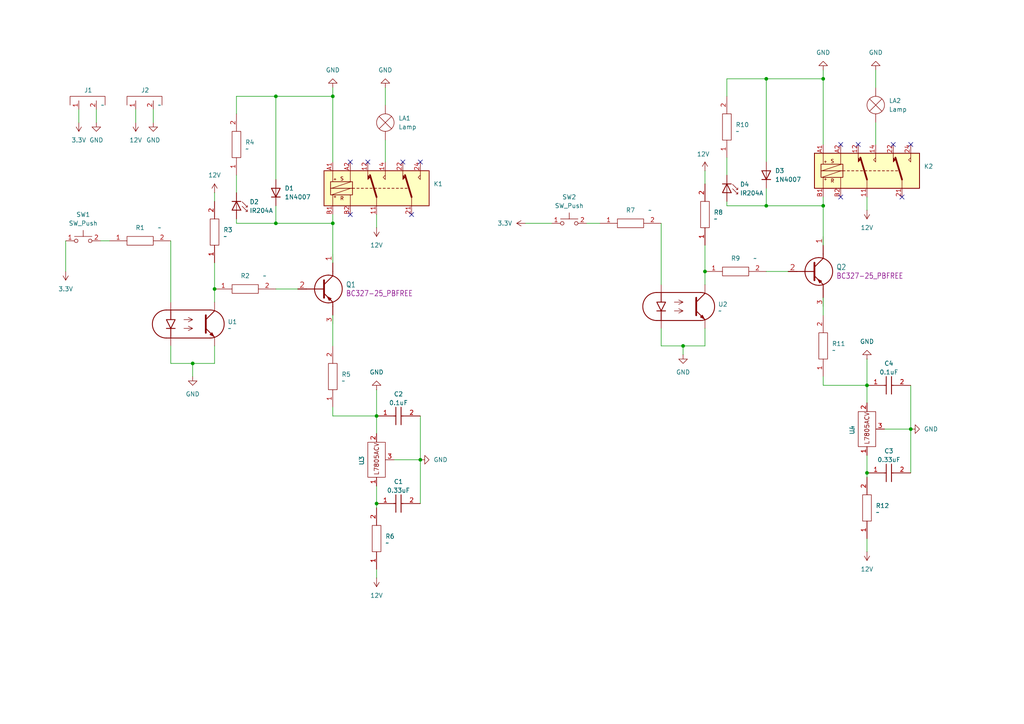
<source format=kicad_sch>
(kicad_sch (version 20250114) (generator "eeschema") (generator_version "9.0")
  (paper "A4")
  (lib_symbols
    (symbol "Device:Lamp" (pin_numbers (hide yes)) (pin_names (offset 0.0254) (hide yes))
      (property "Reference" "LA" (at 0.635 3.81 0))
      (property "Value" "Lamp" (at 0.635 -3.81 0))
      (symbol "Lamp_0_1"
        (polyline (pts (xy -1.778 1.778) (xy 1.778 -1.778)))
        (circle (center 0 0) (radius 2.54))
        (polyline (pts (xy 1.778 1.778) (xy -1.778 -1.778)))
      )
      (symbol "Lamp_1_1"
        (pin passive line (at 0 5.08 270) (length 2.54) (name "+") (number "2"))
        (pin passive line (at 0 -5.08 90) (length 2.54) (name "-") (number "1"))
      )
    )
    (symbol "Diode:1N4007" (pin_numbers (hide yes)) (pin_names (hide yes))
      (property "Reference" "D" (at 0 2.54 0))
      (property "Value" "1N4007" (at 0 -2.54 0))
      (symbol "1N4007_0_1"
        (polyline (pts (xy -1.27 1.27) (xy -1.27 -1.27)) (stroke (width 0.254)))
        (polyline (pts (xy 1.27 1.27) (xy 1.27 -1.27) (xy -1.27 0) (xy 1.27 1.27)) (stroke (width 0.254)))
        (polyline (pts (xy 1.27 0) (xy -1.27 0)))
      )
      (symbol "1N4007_1_1"
        (pin passive line (at -3.81 0 0) (length 2.54) (name "K") (number "1"))
        (pin passive line (at 3.81 0 180) (length 2.54) (name "A") (number "2"))
      )
    )
    (symbol "LED:IR204A" (pin_numbers (hide yes)) (pin_names (offset 1.016) (hide yes))
      (property "Reference" "D" (at 0.508 1.778 0))
      (property "Value" "IR204A" (at -1.016 -2.794 0))
      (symbol "IR204A_0_1"
        (polyline (pts (xy -2.54 1.27) (xy -2.54 -1.27)) (stroke (width 0.254)))
        (polyline (pts (xy -2.413 1.651) (xy -0.889 3.175) (xy -0.889 2.667) (xy -0.889 3.175) (xy -1.397 3.175)))
        (polyline (pts (xy -1.143 1.651) (xy 0.381 3.175) (xy 0.381 2.667)))
        (polyline (pts (xy 0 1.27) (xy -2.54 0) (xy 0 -1.27) (xy 0 1.27)) (stroke (width 0.254)))
        (polyline (pts (xy 0 0) (xy -2.54 0)))
        (polyline (pts (xy 0.381 3.175) (xy -0.127 3.175)))
      )
      (symbol "IR204A_1_1"
        (pin passive line (at -5.08 0 0) (length 2.54) (name "K") (number "1"))
        (pin passive line (at 2.54 0 180) (length 2.54) (name "A") (number "2"))
      )
    )
    (symbol "My_lib2:BC327-25_PBFREE" (pin_names (hide yes))
      (property "Reference" "Q" (at 13.97 1.27 0))
      (property "Part Name" "BC327-25_PBFREE" (at 13.97 -1.27 0))
      (symbol "BC327-25_PBFREE_1_0"
        (polyline (pts (xy 0 0) (xy 2.54 0)) (stroke (width 0.254)))
        (polyline (pts (xy 2.54 0) (xy 7.62 0)) (stroke (width 0.254)))
        (polyline (pts (xy 7.62 2.54) (xy 7.62 -2.54)) (stroke (width 0.508)))
        (polyline (pts (xy 7.62 1.27) (xy 10.16 3.81)) (stroke (width 0.254)))
        (polyline (pts (xy 7.62 -1.27) (xy 10.16 -3.81)) (stroke (width 0.254)))
        (arc (start 8.89 4.0161) (mid 12.9061 0) (end 8.89 -4.0161) (stroke (width 0.254)))
        (arc (start 8.89 -4.0161) (mid 4.8739 0) (end 8.89 4.0161) (stroke (width 0.254)))
        (polyline (pts (xy 9.652 -2.794) (xy 9.144 -3.302) (xy 8.636 -2.286) (xy 9.652 -2.794)) (stroke (width 0.254)) (fill (type outline)))
        (polyline (pts (xy 10.16 7.62) (xy 10.16 5.08)) (stroke (width 0.254)))
        (polyline (pts (xy 10.16 3.81) (xy 10.16 5.08)) (stroke (width 0.254)))
        (polyline (pts (xy 10.16 -3.81) (xy 10.16 -5.08)) (stroke (width 0.254)))
        (polyline (pts (xy 10.16 -7.62) (xy 10.16 -5.08)) (stroke (width 0.254)))
        (pin passive line (at 0 0 0) (length 2.54) (name "B") (number "2"))
        (pin passive line (at 10.16 7.62 90) (length 2.54) (name "C") (number "1"))
      )
      (symbol "BC327-25_PBFREE_1_1"
        (pin passive line (at 10.16 -7.62 270) (length 2.54) (name "A") (number "3"))
      )
    )
    (symbol "My_lib2:C_564R60GAD10" (pin_names (hide yes))
      (property "Reference" "C" (at 5.588 5.588 0))
      (symbol "C_564R60GAD10_1_1"
        (polyline (pts (xy 5.08 0) (xy 5.588 0)) (stroke (width 0.254)))
        (polyline (pts (xy 5.588 2.54) (xy 5.588 -2.54)) (stroke (width 0.254)))
        (polyline (pts (xy 7.112 2.54) (xy 7.112 -2.54)) (stroke (width 0.254)))
        (polyline (pts (xy 7.112 0) (xy 7.62 0)) (stroke (width 0.254)))
        (pin passive line (at 0 0 0) (length 5.08) (name "1") (number "1"))
        (pin passive line (at 12.7 0 180) (length 5.08) (name "2") (number "2"))
      )
    )
    (symbol "My_lib2:L7805ACV" (pin_names (hide yes))
      (property "Reference" "U" (at 1.524 4.064 0))
      (symbol "L7805ACV_0_1"
        (rectangle (start -5.08 2.54) (end 5.08 -2.54))
      )
      (symbol "L7805ACV_1_1"
        (text "L7805ACV" (at 0.254 0 0) (effects (font (size 1.27 1.27))))
        (pin input line (at -7.62 0 0) (length 2.54) (name "") (number "1"))
        (pin input line (at 0 -5.08 90) (length 2.54) (name "GND") (number "3"))
        (pin input line (at 7.62 0 180) (length 2.54) (name "") (number "2"))
      )
    )
    (symbol "My_lib2:PC817X3NSZ9F" (pin_numbers (hide yes)) (pin_names (hide yes))
      (property "Reference" "U" (at -4.318 5.842 0))
      (symbol "PC817X3NSZ9F_0_1"
        (polyline (pts (xy -11.43 -4.064) (xy 1.27 -4.064)) (stroke (width 0.254)))
        (polyline (pts (xy -10.16 3.81) (xy -10.16 1.27)) (stroke (width 0.254)))
        (polyline (pts (xy -10.16 1.27) (xy -8.89 1.27) (xy -11.43 1.27) (xy -10.16 -1.27) (xy -8.89 1.27) (xy -10.16 -1.27) (xy -11.43 -1.27) (xy -8.89 -1.27)) (stroke (width 0.254)))
        (polyline (pts (xy -10.16 -3.81) (xy -10.16 -1.27)) (stroke (width 0.254)))
        (polyline (pts (xy -6.35 1.27) (xy -3.81 1.27) (xy -5.08 1.905) (xy -3.81 1.27) (xy -5.08 0.635)))
        (polyline (pts (xy -6.35 -1.27) (xy -3.81 -1.27) (xy -5.08 -0.635) (xy -3.81 -1.27) (xy -5.08 -1.905)))
        (polyline (pts (xy 1.27 4.064) (xy -11.43 4.064)) (stroke (width 0.254)))
      )
      (symbol "PC817X3NSZ9F_1_0"
        (arc (start -11.43 -4.064) (mid -15.494 0) (end -11.43 4.064) (stroke (width 0.254)))
        (polyline (pts (xy 0 2.54) (xy 0 -2.54)) (stroke (width 0.508)))
        (polyline (pts (xy 0 1.27) (xy 2.54 3.81)) (stroke (width 0.254)))
        (polyline (pts (xy 0 -1.27) (xy 2.54 -3.81)) (stroke (width 0.254)))
        (arc (start 1.27 4.064) (mid 5.334 0) (end 1.27 -4.064) (stroke (width 0.254)))
        (polyline (pts (xy 1.27 -3.048) (xy 1.778 -2.54) (xy 2.286 -3.556) (xy 1.27 -3.048)) (stroke (width 0.254)) (fill (type outline)))
        (pin passive line (at -10.16 6.35 270) (length 2.54) (name "Anode") (number "1"))
        (pin input line (at -10.16 -6.35 90) (length 2.54) (name "Cathode") (number "2"))
        (pin passive line (at 2.54 6.35 270) (length 2.54) (name "Collector") (number "4"))
      )
      (symbol "PC817X3NSZ9F_1_1"
        (pin passive line (at 2.54 -6.35 90) (length 2.54) (name "Emitter") (number "3"))
      )
    )
    (symbol "My_lib2:R_CF100-3K3-J-TB-070-62" (pin_names (offset 0) (hide yes))
      (property "Reference" "R" (at 5.08 2.794 0))
      (symbol "R_CF100-3K3-J-TB-070-62_0_0"
        (pin passive line (at 0 0 0) (length 5.08) (name "~") (number "1"))
        (pin passive line (at 17.78 0 180) (length 5.08) (name "~") (number "2"))
      )
      (symbol "R_CF100-3K3-J-TB-070-62_0_1"
        (polyline (pts (xy 5.08 1.27) (xy 12.7 1.27) (xy 12.7 -1.27) (xy 5.08 -1.27) (xy 5.08 1.27)) (stroke (width 0.1524)))
      )
    )
    (symbol "My_lib2:SW_Push" (pin_names (offset 0.002) (hide yes))
      (property "Reference" "SW" (at 0.762 3.556 0))
      (symbol "SW_Push_0_1"
        (circle (center -2.032 0) (radius 0.508))
        (polyline (pts (xy 0 1.27) (xy 0 3.048)))
        (circle (center 2.032 0) (radius 0.508))
        (polyline (pts (xy 2.54 1.27) (xy -2.54 1.27)))
        (pin passive line (at -5.08 0 0) (length 2.54) (name "1") (number "1"))
        (pin passive line (at 5.08 0 180) (length 2.54) (name "2") (number "2"))
      )
    )
    (symbol "My_lib2:TB-09A"
      (property "Reference" "J" (at 0 1.27 0))
      (symbol "TB-09A_0_1"
        (polyline (pts (xy 5.08 -2.54) (xy 5.08 0) (xy -5.08 0) (xy -5.08 -2.54)))
      )
      (symbol "TB-09A_1_1"
        (pin power_in line (at -2.54 -3.81 90) (length 2.54) (name "") (number "1"))
        (pin power_in line (at 2.54 -3.81 90) (length 2.54) (name "") (number "2"))
      )
    )
    (symbol "Relay:HONGFA_HFD2-0xx-x-L2-x"
      (property "Reference" "K" (at 16.51 3.81 0))
      (property "Value" "HONGFA_HFD2-0xx-x-L2-x" (at 16.51 1.27 0))
      (symbol "HONGFA_HFD2-0xx-x-L2-x_0_0"
        (polyline (pts (xy -2.54 5.08) (xy -2.54 2.54) (xy -1.905 3.175) (xy -2.54 3.81)) (fill (type outline)))
        (polyline (pts (xy 2.54 5.08) (xy 2.54 2.54) (xy 1.905 3.175) (xy 2.54 3.81)))
        (polyline (pts (xy 7.62 5.08) (xy 7.62 2.54) (xy 8.255 3.175) (xy 7.62 3.81)) (fill (type outline)))
        (polyline (pts (xy 12.7 5.08) (xy 12.7 2.54) (xy 12.065 3.175) (xy 12.7 3.81)))
        (text "+" (at -12.065 2.667 0) (effects (font (size 0.762 0.762))))
        (text "+" (at -12.065 -2.413 0) (effects (font (size 0.762 0.762))))
        (text "S" (at -10.033 2.794 0) (effects (font (size 1.016 1.016))))
        (text "R" (at -10.033 -2.921 0) (effects (font (size 1.016 1.016))))
      )
      (symbol "HONGFA_HFD2-0xx-x-L2-x_0_1"
        (rectangle (start -15.24 5.08) (end 15.24 -5.08) (stroke (width 0.254)) (fill (type background)))
        (rectangle (start -13.335 1.905) (end -6.985 -1.905) (stroke (width 0.2032)))
        (polyline (pts (xy -13.335 0) (xy -6.35 0)) (stroke (width 0.2032)))
        (polyline (pts (xy -13.081 0) (xy -7.366 1.905)))
        (polyline (pts (xy -13.081 -1.905) (xy -7.493 0)))
        (polyline (pts (xy -12.7 5.08) (xy -12.7 1.905)))
        (polyline (pts (xy -12.7 -5.08) (xy -12.7 -1.905)))
        (polyline (pts (xy -7.62 5.08) (xy -7.62 1.905)))
        (polyline (pts (xy -7.62 -5.08) (xy -7.62 -1.905)))
        (polyline (pts (xy -5.715 0) (xy -5.08 0)) (stroke (width 0.2032)))
        (polyline (pts (xy -4.445 0) (xy -3.81 0)) (stroke (width 0.2032)))
        (polyline (pts (xy -3.175 0) (xy -2.54 0)) (stroke (width 0.2032)))
        (polyline (pts (xy -1.905 0) (xy -1.27 0)) (stroke (width 0.2032)))
        (polyline (pts (xy -0.635 0) (xy 0 0)) (stroke (width 0.2032)))
        (polyline (pts (xy 0 -2.54) (xy -1.905 3.81)) (stroke (width 0.508)))
        (polyline (pts (xy 0 -2.54) (xy 0 -5.08)))
        (polyline (pts (xy 0.635 0) (xy 1.27 0)) (stroke (width 0.2032)))
        (polyline (pts (xy 1.905 0) (xy 2.54 0)) (stroke (width 0.2032)))
        (polyline (pts (xy 3.175 0) (xy 3.81 0)) (stroke (width 0.2032)))
        (polyline (pts (xy 4.445 0) (xy 5.08 0)) (stroke (width 0.2032)))
        (polyline (pts (xy 5.715 0) (xy 6.35 0)) (stroke (width 0.2032)))
        (polyline (pts (xy 6.985 0) (xy 7.62 0)) (stroke (width 0.2032)))
        (polyline (pts (xy 8.255 0) (xy 8.89 0)) (stroke (width 0.2032)))
        (polyline (pts (xy 10.16 -2.54) (xy 8.255 3.81)) (stroke (width 0.508)))
        (polyline (pts (xy 10.16 -2.54) (xy 10.16 -5.08)))
      )
      (symbol "HONGFA_HFD2-0xx-x-L2-x_1_1"
        (pin passive line (at -12.7 7.62 270) (length 2.54) (name "~") (number "A1"))
        (pin passive line (at -12.7 -7.62 90) (length 2.54) (name "~") (number "B1"))
        (pin passive line (at -7.62 7.62 270) (length 2.54) (name "~") (number "A2"))
        (pin passive line (at -7.62 -7.62 90) (length 2.54) (name "~") (number "B2"))
        (pin passive line (at -2.54 7.62 270) (length 2.54) (name "~") (number "12"))
        (pin passive line (at 0 -7.62 90) (length 2.54) (name "~") (number "11"))
        (pin passive line (at 2.54 7.62 270) (length 2.54) (name "~") (number "14"))
        (pin passive line (at 7.62 7.62 270) (length 2.54) (name "~") (number "22"))
        (pin passive line (at 10.16 -7.62 90) (length 2.54) (name "~") (number "21"))
        (pin passive line (at 12.7 7.62 270) (length 2.54) (name "~") (number "24"))
      )
    )
    (symbol "power:+3.3V" (power) (pin_numbers (hide yes)) (pin_names (offset 0) (hide yes))
      (property "Value" "+3.3V" (at 0 3.556 0))
      (symbol "+3.3V_0_1"
        (polyline (pts (xy -0.762 1.27) (xy 0 2.54)))
        (polyline (pts (xy 0 2.54) (xy 0.762 1.27)))
        (polyline (pts (xy 0 0) (xy 0 2.54)))
      )
      (symbol "+3.3V_1_1"
        (pin power_in line (at 0 0 90) (length 0) (name "~") (number "1"))
      )
    )
    (symbol "power:+5V" (power) (pin_numbers (hide yes)) (pin_names (offset 0) (hide yes))
      (property "Value" "+5V" (at 0 3.556 0))
      (symbol "+5V_0_1"
        (polyline (pts (xy -0.762 1.27) (xy 0 2.54)))
        (polyline (pts (xy 0 2.54) (xy 0.762 1.27)))
        (polyline (pts (xy 0 0) (xy 0 2.54)))
      )
      (symbol "+5V_1_1"
        (pin power_in line (at 0 0 90) (length 0) (name "~") (number "1"))
      )
    )
    (symbol "power:GND" (power) (pin_numbers (hide yes)) (pin_names (offset 0) (hide yes))
      (property "Value" "GND" (at 0 -3.81 0))
      (symbol "GND_0_1"
        (polyline (pts (xy 0 0) (xy 0 -1.27) (xy 1.27 -1.27) (xy 0 -2.54) (xy -1.27 -1.27) (xy 0 -1.27)))
      )
      (symbol "GND_1_1"
        (pin power_in line (at 0 0 270) (length 0) (name "~") (number "1"))
      )
    )
  )
  (junction (at 238.76 59.69))
  (junction (at 80.01 64.77))
  (junction (at 222.25 59.69))
  (junction (at 222.25 22.86))
  (junction (at 251.46 111.76))
  (junction (at 264.16 124.46))
  (junction (at 198.12 100.33))
  (junction (at 96.52 27.94))
  (junction (at 80.01 27.94))
  (junction (at 238.76 22.86))
  (junction (at 55.88 105.41))
  (junction (at 109.22 146.05))
  (junction (at 121.92 133.35))
  (junction (at 204.47 78.74))
  (junction (at 96.52 64.77))
  (junction (at 251.46 137.16))
  (junction (at 62.23 83.82))
  (junction (at 109.22 120.65))
  (no_connect (at 259.08 41.91))
  (no_connect (at 261.62 57.15))
  (no_connect (at 121.92 46.99))
  (no_connect (at 116.84 46.99))
  (no_connect (at 243.84 41.91))
  (no_connect (at 106.68 46.99))
  (no_connect (at 264.16 41.91))
  (no_connect (at 119.38 62.23))
  (no_connect (at 248.92 41.91))
  (no_connect (at 101.6 62.23))
  (no_connect (at 101.6 46.99))
  (no_connect (at 243.84 57.15))
  (wire (pts (xy 256.54 124.46) (xy 264.16 124.46)))
  (wire (pts (xy 210.82 59.69) (xy 222.25 59.69)))
  (wire (pts (xy 191.77 100.33) (xy 191.77 95.25)))
  (wire (pts (xy 238.76 20.32) (xy 238.76 22.86)))
  (wire (pts (xy 251.46 57.15) (xy 251.46 60.96)))
  (wire (pts (xy 27.94 31.75) (xy 27.94 35.56)))
  (wire (pts (xy 96.52 25.4) (xy 96.52 27.94)))
  (wire (pts (xy 198.12 100.33) (xy 204.47 100.33)))
  (wire (pts (xy 80.01 64.77) (xy 96.52 64.77)))
  (wire (pts (xy 238.76 59.69) (xy 238.76 71.12)))
  (wire (pts (xy 222.25 22.86) (xy 222.25 46.99)))
  (wire (pts (xy 111.76 25.4) (xy 111.76 30.48)))
  (wire (pts (xy 198.12 100.33) (xy 198.12 102.87)))
  (wire (pts (xy 68.58 64.77) (xy 80.01 64.77)))
  (wire (pts (xy 111.76 40.64) (xy 111.76 46.99)))
  (wire (pts (xy 19.05 69.85) (xy 19.05 78.74)))
  (wire (pts (xy 238.76 57.15) (xy 238.76 59.69)))
  (wire (pts (xy 170.18 64.77) (xy 173.99 64.77)))
  (wire (pts (xy 22.86 31.75) (xy 22.86 35.56)))
  (wire (pts (xy 62.23 105.41) (xy 62.23 100.33)))
  (wire (pts (xy 251.46 111.76) (xy 251.46 116.84)))
  (wire (pts (xy 68.58 27.94) (xy 80.01 27.94)))
  (wire (pts (xy 62.23 83.82) (xy 62.23 87.63)))
  (wire (pts (xy 210.82 22.86) (xy 210.82 27.94)))
  (wire (pts (xy 80.01 27.94) (xy 80.01 52.07)))
  (wire (pts (xy 251.46 137.16) (xy 251.46 138.43)))
  (wire (pts (xy 39.37 31.75) (xy 39.37 35.56)))
  (wire (pts (xy 204.47 78.74) (xy 204.47 82.55)))
  (wire (pts (xy 238.76 22.86) (xy 238.76 41.91)))
  (wire (pts (xy 204.47 49.53) (xy 204.47 53.34)))
  (wire (pts (xy 254 35.56) (xy 254 41.91)))
  (wire (pts (xy 152.4 64.77) (xy 160.02 64.77)))
  (wire (pts (xy 109.22 120.65) (xy 109.22 125.73)))
  (wire (pts (xy 68.58 50.8) (xy 68.58 55.88)))
  (wire (pts (xy 264.16 124.46) (xy 264.16 137.16)))
  (wire (pts (xy 80.01 59.69) (xy 80.01 64.77)))
  (wire (pts (xy 96.52 64.77) (xy 96.52 76.2)))
  (wire (pts (xy 254 20.32) (xy 254 25.4)))
  (wire (pts (xy 210.82 22.86) (xy 222.25 22.86)))
  (wire (pts (xy 191.77 64.77) (xy 191.77 82.55)))
  (wire (pts (xy 109.22 146.05) (xy 109.22 147.32)))
  (wire (pts (xy 191.77 100.33) (xy 198.12 100.33)))
  (wire (pts (xy 96.52 120.65) (xy 109.22 120.65)))
  (wire (pts (xy 210.82 58.42) (xy 210.82 59.69)))
  (wire (pts (xy 109.22 66.04) (xy 109.22 62.23)))
  (wire (pts (xy 80.01 27.94) (xy 96.52 27.94)))
  (wire (pts (xy 55.88 105.41) (xy 55.88 109.22)))
  (wire (pts (xy 96.52 62.23) (xy 96.52 64.77)))
  (wire (pts (xy 222.25 59.69) (xy 238.76 59.69)))
  (wire (pts (xy 62.23 55.88) (xy 62.23 58.42)))
  (wire (pts (xy 109.22 113.03) (xy 109.22 120.65)))
  (wire (pts (xy 114.3 133.35) (xy 121.92 133.35)))
  (wire (pts (xy 121.92 133.35) (xy 121.92 146.05)))
  (wire (pts (xy 96.52 91.44) (xy 96.52 100.33)))
  (wire (pts (xy 222.25 78.74) (xy 228.6 78.74)))
  (wire (pts (xy 55.88 105.41) (xy 62.23 105.41)))
  (wire (pts (xy 49.53 105.41) (xy 49.53 100.33)))
  (wire (pts (xy 44.45 31.75) (xy 44.45 35.56)))
  (wire (pts (xy 80.01 83.82) (xy 86.36 83.82)))
  (wire (pts (xy 238.76 109.22) (xy 238.76 111.76)))
  (wire (pts (xy 222.25 22.86) (xy 238.76 22.86)))
  (wire (pts (xy 222.25 54.61) (xy 222.25 59.69)))
  (wire (pts (xy 96.52 118.11) (xy 96.52 120.65)))
  (wire (pts (xy 121.92 120.65) (xy 121.92 133.35)))
  (wire (pts (xy 62.23 76.2) (xy 62.23 83.82)))
  (wire (pts (xy 49.53 105.41) (xy 55.88 105.41)))
  (wire (pts (xy 109.22 140.97) (xy 109.22 146.05)))
  (wire (pts (xy 238.76 111.76) (xy 251.46 111.76)))
  (wire (pts (xy 210.82 45.72) (xy 210.82 50.8)))
  (wire (pts (xy 238.76 86.36) (xy 238.76 91.44)))
  (wire (pts (xy 204.47 100.33) (xy 204.47 95.25)))
  (wire (pts (xy 68.58 63.5) (xy 68.58 64.77)))
  (wire (pts (xy 96.52 27.94) (xy 96.52 46.99)))
  (wire (pts (xy 251.46 132.08) (xy 251.46 137.16)))
  (wire (pts (xy 251.46 104.14) (xy 251.46 111.76)))
  (wire (pts (xy 251.46 156.21) (xy 251.46 160.02)))
  (wire (pts (xy 49.53 69.85) (xy 49.53 87.63)))
  (wire (pts (xy 109.22 165.1) (xy 109.22 167.64)))
  (wire (pts (xy 68.58 27.94) (xy 68.58 33.02)))
  (wire (pts (xy 264.16 111.76) (xy 264.16 124.46)))
  (wire (pts (xy 204.47 71.12) (xy 204.47 78.74)))
  (wire (pts (xy 29.21 69.85) (xy 31.75 69.85)))
  (symbol (lib_id "power:+3.3V") (at 251.46 160.02 180) (unit 1)
    (property "Reference" "#PWR043" (effects (hide yes)))
    (property "Value" "12V" (at 251.46 165.1 0))
    (property "Description" "Power symbol creates a global label with name \"+3.3V\"" (effects (hide yes)))
  )
  (symbol (lib_id "power:GND") (at 96.52 25.4 180) (unit 1)
    (property "Reference" "#PWR020" (effects (hide yes)))
    (property "Value" "GND" (at 96.52 20.32 0))
    (property "Description" "Power symbol creates a global label with name \"GND\" , ground" (effects (hide yes)))
  )
  (symbol (lib_id "power:+3.3V") (at 19.05 78.74 180) (unit 1)
    (property "Reference" "#PWR040" (effects (hide yes)))
    (property "Value" "3.3V" (at 19.05 83.82 0))
    (property "Description" "Power symbol creates a global label with name \"+3.3V\"" (effects (hide yes)))
  )
  (symbol (lib_id "My_lib2:R_CF100-3K3-J-TB-070-62") (at 68.58 50.8 90) (unit 1)
    (property "Reference" "R4" (at 71.12 41.2749 90) (effects (justify right)))
    (property "Value" "~" (at 71.12 43.18 90) (effects (justify right)))
    (property "Footprint" "My_lib2:R" (effects (hide yes)))
    (property "Description" "CF100-3K3-J-TB-070-62 CARBON FILM FIXED RESISTOR, 1.0(1W)" (effects (hide yes)))
    (property "Description_1" "CARBON FILM FIXED RESISTOR, 1.0(1W)" (effects (hide yes)))
    (property "Manufacturer_Name" "HKR" (effects (hide yes)))
    (property "Manufacturer_Part_Number" "CF100-3K3-J-TB-070-62" (effects (hide yes)))
  )
  (symbol (lib_id "power:GND") (at 264.16 124.46 90) (unit 1)
    (property "Reference" "#PWR029" (effects (hide yes)))
    (property "Value" "GND" (at 267.97 124.4599 90) (effects (justify right)))
    (property "Description" "Power symbol creates a global label with name \"GND\" , ground" (effects (hide yes)))
  )
  (symbol (lib_id "power:+3.3V") (at 109.22 66.04 180) (unit 1)
    (property "Reference" "#PWR037" (effects (hide yes)))
    (property "Value" "12V" (at 109.22 71.12 0))
    (property "Description" "Power symbol creates a global label with name \"+3.3V\"" (effects (hide yes)))
  )
  (symbol (lib_id "power:+3.3V") (at 152.4 64.77 90) (unit 1)
    (property "Reference" "#PWR045" (effects (hide yes)))
    (property "Value" "3.3V" (at 148.59 64.7699 90) (effects (justify left)))
    (property "Description" "Power symbol creates a global label with name \"+3.3V\"" (effects (hide yes)))
  )
  (symbol (lib_id "power:GND") (at 121.92 133.35 90) (unit 1)
    (property "Reference" "#PWR028" (effects (hide yes)))
    (property "Value" "GND" (at 125.73 133.3499 90) (effects (justify right)))
    (property "Description" "Power symbol creates a global label with name \"GND\" , ground" (effects (hide yes)))
  )
  (symbol (lib_id "My_lib2:C_564R60GAD10") (at 251.46 111.76 0) (unit 1)
    (property "Reference" "C4" (at 257.81 105.41 0))
    (property "Value" "0.1uF" (at 257.81 107.95 0))
    (property "Footprint" "My_lib2:564R60GAD10" (effects (hide yes)))
    (property "Datasheet" "https://componentsearchengine.com/Datasheets/1/564R60GAD10.pdf" (effects (hide yes)))
    (property "Description" "Cap Ceramic Single 0.001uF 6000V Z5U 20% (10.2 X 6.9mm) Radial 9.5mm 105C Bulk" (effects (hide yes)))
    (property "Height" "10.2" (effects (hide yes)))
    (property "Manufacturer_Name" "Vishay" (effects (hide yes)))
    (property "Manufacturer_Part_Number" "564R60GAD10" (effects (hide yes)))
    (property "Mouser Part Number" "75-564R60GAD10" (effects (hide yes)))
    (property "Mouser Price/Stock" "https://www.mouser.co.uk/ProductDetail/Vishay/564R60GAD10?qs=xrnNvQC1SKQV3fR046g7Jg%3D%3D" (effects (hide yes)))
    (property "Arrow Part Number" "564R60GAD10" (effects (hide yes)))
    (property "Arrow Price/Stock" "https://www.arrow.com/en/products/564r60gad10/vishay?region=nac" (effects (hide yes)))
  )
  (symbol (lib_id "My_lib2:R_CF100-3K3-J-TB-070-62") (at 109.22 165.1 90) (unit 1)
    (property "Reference" "R6" (at 111.76 155.5749 90) (effects (justify right)))
    (property "Value" "~" (at 111.76 157.48 90) (effects (justify right)))
    (property "Footprint" "My_lib2:R" (effects (hide yes)))
    (property "Description" "CF100-3K3-J-TB-070-62 CARBON FILM FIXED RESISTOR, 1.0(1W)" (effects (hide yes)))
    (property "Description_1" "CARBON FILM FIXED RESISTOR, 1.0(1W)" (effects (hide yes)))
    (property "Manufacturer_Name" "HKR" (effects (hide yes)))
    (property "Manufacturer_Part_Number" "CF100-3K3-J-TB-070-62" (effects (hide yes)))
  )
  (symbol (lib_id "My_lib2:R_CF100-3K3-J-TB-070-62") (at 204.47 71.12 90) (unit 1)
    (property "Reference" "R8" (at 207.01 61.5949 90) (effects (justify right)))
    (property "Value" "~" (at 207.01 63.5 90) (effects (justify right)))
    (property "Footprint" "My_lib2:R" (effects (hide yes)))
    (property "Description" "CF100-3K3-J-TB-070-62 CARBON FILM FIXED RESISTOR, 1.0(1W)" (effects (hide yes)))
    (property "Description_1" "CARBON FILM FIXED RESISTOR, 1.0(1W)" (effects (hide yes)))
    (property "Manufacturer_Name" "HKR" (effects (hide yes)))
    (property "Manufacturer_Part_Number" "CF100-3K3-J-TB-070-62" (effects (hide yes)))
  )
  (symbol (lib_id "My_lib2:R_CF100-3K3-J-TB-070-62") (at 31.75 69.85 0) (unit 1)
    (property "Reference" "R1" (at 40.64 66.04 0))
    (property "Value" "~" (at 45.72 66.04 0) (effects (justify left)))
    (property "Footprint" "My_lib2:R" (effects (hide yes)))
    (property "Description" "CF100-3K3-J-TB-070-62 CARBON FILM FIXED RESISTOR, 1.0(1W)" (effects (hide yes)))
    (property "Description_1" "CARBON FILM FIXED RESISTOR, 1.0(1W)" (effects (hide yes)))
    (property "Manufacturer_Name" "HKR" (effects (hide yes)))
    (property "Manufacturer_Part_Number" "CF100-3K3-J-TB-070-62" (effects (hide yes)))
  )
  (symbol (lib_id "power:GND") (at 27.94 35.56 0) (unit 1)
    (property "Reference" "#PWR032" (effects (hide yes)))
    (property "Value" "GND" (at 27.94 40.64 0))
    (property "Description" "Power symbol creates a global label with name \"GND\" , ground" (effects (hide yes)))
  )
  (symbol (lib_id "power:+5V") (at 204.47 49.53 0) (unit 1)
    (property "Reference" "#PWR019" (effects (hide yes)))
    (property "Value" "12V" (at 203.962 44.704 0))
    (property "Description" "Power symbol creates a global label with name \"+5V\"" (effects (hide yes)))
  )
  (symbol (lib_id "My_lib2:R_CF100-3K3-J-TB-070-62") (at 251.46 156.21 90) (unit 1)
    (property "Reference" "R12" (at 254 146.6849 90) (effects (justify right)))
    (property "Value" "~" (at 254 148.59 90) (effects (justify right)))
    (property "Footprint" "My_lib2:R" (effects (hide yes)))
    (property "Description" "CF100-3K3-J-TB-070-62 CARBON FILM FIXED RESISTOR, 1.0(1W)" (effects (hide yes)))
    (property "Description_1" "CARBON FILM FIXED RESISTOR, 1.0(1W)" (effects (hide yes)))
    (property "Manufacturer_Name" "HKR" (effects (hide yes)))
    (property "Manufacturer_Part_Number" "CF100-3K3-J-TB-070-62" (effects (hide yes)))
  )
  (symbol (lib_id "My_lib2:SW_Push") (at 24.13 69.85 0) (unit 1)
    (property "Reference" "SW1" (at 24.13 62.23 0))
    (property "Value" "SW_Push" (at 24.13 64.77 0))
    (property "Footprint" "My_lib2:0650HIM-130G-G" (effects (hide yes)))
    (property "Description" "Push button switch, generic, two pins" (effects (hide yes)))
  )
  (symbol (lib_id "My_lib2:L7805ACV") (at 251.46 124.46 90) (unit 1)
    (property "Reference" "U4" (at 247.142 124.714 0))
    (property "Value" "~" (at 247.65 124.46 0))
    (property "Footprint" "My_lib2:TO-220 - L7805ACV" (effects (hide yes)))
    (property "Datasheet" "https://cdn.promelec.ru/upload/datasheet/9/8/L78xx.pdf" (effects (hide yes)))
    (property "Description" "Линейный стабилизатор 5В" (effects (hide yes)))
  )
  (symbol (lib_id "power:GND") (at 238.76 20.32 180) (unit 1)
    (property "Reference" "#PWR021" (effects (hide yes)))
    (property "Value" "GND" (at 238.76 15.24 0))
    (property "Description" "Power symbol creates a global label with name \"GND\" , ground" (effects (hide yes)))
  )
  (symbol (lib_id "Diode:1N4007") (at 80.01 55.88 90) (unit 1)
    (property "Reference" "D1" (at 82.55 54.6099 90) (effects (justify right)))
    (property "Value" "1N4007" (at 82.55 57.1499 90) (effects (justify right)))
    (property "Footprint" "Diode_THT:D_DO-41_SOD81_P10.16mm_Horizontal" (effects (hide yes)))
    (property "Datasheet" "http://www.vishay.com/docs/88503/1n4001.pdf" (effects (hide yes)))
    (property "Description" "1000V 1A General Purpose Rectifier Diode, DO-41" (effects (hide yes)))
    (property "Sim.Device" "D" (effects (hide yes)))
    (property "Sim.Pins" "1=K 2=A" (effects (hide yes)))
  )
  (symbol (lib_id "power:GND") (at 55.88 109.22 0) (unit 1)
    (property "Reference" "#PWR036" (effects (hide yes)))
    (property "Value" "GND" (at 55.88 114.3 0))
    (property "Description" "Power symbol creates a global label with name \"GND\" , ground" (effects (hide yes)))
  )
  (symbol (lib_id "power:+3.3V") (at 251.46 60.96 180) (unit 1)
    (property "Reference" "#PWR039" (effects (hide yes)))
    (property "Value" "12V" (at 251.46 66.04 0))
    (property "Description" "Power symbol creates a global label with name \"+3.3V\"" (effects (hide yes)))
  )
  (symbol (lib_id "Diode:1N4007") (at 222.25 50.8 90) (unit 1)
    (property "Reference" "D3" (at 224.79 49.5299 90) (effects (justify right)))
    (property "Value" "1N4007" (at 224.79 52.0699 90) (effects (justify right)))
    (property "Footprint" "Diode_THT:D_DO-41_SOD81_P10.16mm_Horizontal" (effects (hide yes)))
    (property "Datasheet" "http://www.vishay.com/docs/88503/1n4001.pdf" (effects (hide yes)))
    (property "Description" "1000V 1A General Purpose Rectifier Diode, DO-41" (effects (hide yes)))
    (property "Sim.Device" "D" (effects (hide yes)))
    (property "Sim.Pins" "1=K 2=A" (effects (hide yes)))
  )
  (symbol (lib_id "My_lib2:R_CF100-3K3-J-TB-070-62") (at 238.76 109.22 90) (unit 1)
    (property "Reference" "R11" (at 241.3 99.6949 90) (effects (justify right)))
    (property "Value" "~" (at 241.3 101.6 90) (effects (justify right)))
    (property "Footprint" "My_lib2:R" (effects (hide yes)))
    (property "Description" "CF100-3K3-J-TB-070-62 CARBON FILM FIXED RESISTOR, 1.0(1W)" (effects (hide yes)))
    (property "Description_1" "CARBON FILM FIXED RESISTOR, 1.0(1W)" (effects (hide yes)))
    (property "Manufacturer_Name" "HKR" (effects (hide yes)))
    (property "Manufacturer_Part_Number" "CF100-3K3-J-TB-070-62" (effects (hide yes)))
  )
  (symbol (lib_id "My_lib2:C_564R60GAD10") (at 109.22 120.65 0) (unit 1)
    (property "Reference" "C2" (at 115.57 114.3 0))
    (property "Value" "0.1uF" (at 115.57 116.84 0))
    (property "Footprint" "My_lib2:564R60GAD10" (effects (hide yes)))
    (property "Datasheet" "https://componentsearchengine.com/Datasheets/1/564R60GAD10.pdf" (effects (hide yes)))
    (property "Description" "Cap Ceramic Single 0.001uF 6000V Z5U 20% (10.2 X 6.9mm) Radial 9.5mm 105C Bulk" (effects (hide yes)))
    (property "Height" "10.2" (effects (hide yes)))
    (property "Manufacturer_Name" "Vishay" (effects (hide yes)))
    (property "Manufacturer_Part_Number" "564R60GAD10" (effects (hide yes)))
    (property "Mouser Part Number" "75-564R60GAD10" (effects (hide yes)))
    (property "Mouser Price/Stock" "https://www.mouser.co.uk/ProductDetail/Vishay/564R60GAD10?qs=xrnNvQC1SKQV3fR046g7Jg%3D%3D" (effects (hide yes)))
    (property "Arrow Part Number" "564R60GAD10" (effects (hide yes)))
    (property "Arrow Price/Stock" "https://www.arrow.com/en/products/564r60gad10/vishay?region=nac" (effects (hide yes)))
  )
  (symbol (lib_id "My_lib2:R_CF100-3K3-J-TB-070-62") (at 210.82 45.72 90) (unit 1)
    (property "Reference" "R10" (at 213.36 36.1949 90) (effects (justify right)))
    (property "Value" "~" (at 213.36 38.1 90) (effects (justify right)))
    (property "Footprint" "My_lib2:R" (effects (hide yes)))
    (property "Description" "CF100-3K3-J-TB-070-62 CARBON FILM FIXED RESISTOR, 1.0(1W)" (effects (hide yes)))
    (property "Description_1" "CARBON FILM FIXED RESISTOR, 1.0(1W)" (effects (hide yes)))
    (property "Manufacturer_Name" "HKR" (effects (hide yes)))
    (property "Manufacturer_Part_Number" "CF100-3K3-J-TB-070-62" (effects (hide yes)))
  )
  (symbol (lib_id "My_lib2:PC817X3NSZ9F") (at 201.93 88.9 0) (unit 1)
    (property "Reference" "U2" (at 208.28 88.2649 0) (effects (justify left)))
    (property "Value" "~" (at 208.28 90.17 0) (effects (justify left)))
    (property "Footprint" "My_lib2:DIP762W60P254L460H450Q4N" (effects (hide yes)))
    (property "Datasheet" "https://cdn.promelec.ru/upload/pdf/pc817.pdf" (effects (hide yes)))
    (property "Description" "Оптрон PC817X3NSZ9F" (effects (hide yes)))
  )
  (symbol (lib_id "power:+3.3V") (at 62.23 55.88 0) (unit 1)
    (property "Reference" "#PWR044" (effects (hide yes)))
    (property "Value" "12V" (at 62.23 50.8 0))
    (property "Description" "Power symbol creates a global label with name \"+3.3V\"" (effects (hide yes)))
  )
  (symbol (lib_id "My_lib2:R_CF100-3K3-J-TB-070-62") (at 173.99 64.77 0) (unit 1)
    (property "Reference" "R7" (at 182.88 60.96 0))
    (property "Value" "~" (at 187.96 60.96 0) (effects (justify left)))
    (property "Footprint" "My_lib2:R" (effects (hide yes)))
    (property "Description" "CF100-3K3-J-TB-070-62 CARBON FILM FIXED RESISTOR, 1.0(1W)" (effects (hide yes)))
    (property "Description_1" "CARBON FILM FIXED RESISTOR, 1.0(1W)" (effects (hide yes)))
    (property "Manufacturer_Name" "HKR" (effects (hide yes)))
    (property "Manufacturer_Part_Number" "CF100-3K3-J-TB-070-62" (effects (hide yes)))
  )
  (symbol (lib_id "power:GND") (at 44.45 35.56 0) (unit 1)
    (property "Reference" "#PWR035" (effects (hide yes)))
    (property "Value" "GND" (at 44.45 40.64 0))
    (property "Description" "Power symbol creates a global label with name \"GND\" , ground" (effects (hide yes)))
  )
  (symbol (lib_id "LED:IR204A") (at 68.58 60.96 270) (unit 1)
    (property "Reference" "D2" (at 72.39 58.5469 90) (effects (justify left)))
    (property "Value" "IR204A" (at 72.39 61.0869 90) (effects (justify left)))
    (property "Footprint" "LED_THT:LED_D3.0mm_IRBlack" (effects (hide yes)))
    (property "Datasheet" "http://www.everlight.com/file/ProductFile/IR204-A.pdf" (effects (hide yes)))
    (property "Description" "Infrared LED , 3mm LED package" (effects (hide yes)))
  )
  (symbol (lib_id "My_lib2:BC327-25_PBFREE") (at 86.36 83.82 0) (unit 1)
    (property "Reference" "Q1" (at 100.33 82.5499 0) (effects (font (size 1.5833 1.3333)) (justify left)))
    (property "Footprint" "My_lib2:BC32725PBFREE" (effects (hide yes)))
    (property "Description" "Bipolar Transistors - BJT PNP 50Vcbo 45 Vceo 500mA 625mW Trans" (effects (hide yes)))
    (property "Part Name" "BC327-25_PBFREE" (at 100.33 85.0899 0) (effects (font (size 1.5833 1.3333)) (justify left)))
    (property "Part Version" "1" (effects (hide yes)))
    (property "3D_Model" "BC327-25_PBFREE" (effects (hide yes)))
    (property "Arrow Part Number" "-" (effects (hide yes)))
    (property "Arrow Price/Stock" "-" (effects (hide yes)))
    (property "Height" "7.87mm" (effects (hide yes)))
    (property "Link Datasheet" "https://my.centralsemi.com/datasheets/BC327-328.PDF" (effects (hide yes)))
    (property "Link Mouser Price/Stock" "https://www.mouser.co.uk/ProductDetail/Central-Semiconductor/BC327-25-PBFREE?qs=u16ybLDytRZN73jSFKN2Hg%3D%3D" (effects (hide yes)))
    (property "Manufacturer_Name" "Central Semiconductor" (effects (hide yes)))
    (property "Manufacturer_Part_Number" "BC327-25 PBFREE" (effects (hide yes)))
    (property "Mouser Part Number" "610-BC327-25" (effects (hide yes)))
  )
  (symbol (lib_id "My_lib2:TB-09A") (at 25.4 27.94 0) (unit 1)
    (property "Reference" "J1" (at 24.384 26.162 0) (effects (justify left)))
    (property "Value" "~" (at 29.21 30.48 0) (effects (justify left)))
    (property "Footprint" "My_lib2:TB-09A" (effects (hide yes)))
    (property "Description" "Винтовой разъем на плату" (effects (hide yes)))
  )
  (symbol (lib_id "power:GND") (at 198.12 102.87 0) (unit 1)
    (property "Reference" "#PWR01" (effects (hide yes)))
    (property "Value" "GND" (at 198.12 107.95 0))
    (property "Description" "Power symbol creates a global label with name \"GND\" , ground" (effects (hide yes)))
  )
  (symbol (lib_id "Relay:HONGFA_HFD2-0xx-x-L2-x") (at 251.46 49.53 0) (unit 1)
    (property "Reference" "K2" (at 267.97 48.2599 0) (effects (justify left)))
    (property "Value" "HONGFA_HFD2-0xx-x-L2-x" (effects (hide yes)))
    (property "Footprint" "Relay_THT:Relay_DPDT_Omron_G6AK" (effects (hide yes)))
    (property "Datasheet" "https://source_cn.hongfa.com/Api/DownloadPdf/323" (effects (hide yes)))
    (property "Description" "Bistable miniature DPDT relay, 3A, 125VAC, THT" (effects (hide yes)))
  )
  (symbol (lib_id "power:+3.3V") (at 109.22 167.64 180) (unit 1)
    (property "Reference" "#PWR041" (effects (hide yes)))
    (property "Value" "12V" (at 109.22 172.72 0))
    (property "Description" "Power symbol creates a global label with name \"+3.3V\"" (effects (hide yes)))
  )
  (symbol (lib_id "My_lib2:PC817X3NSZ9F") (at 59.69 93.98 0) (unit 1)
    (property "Reference" "U1" (at 66.04 93.3449 0) (effects (justify left)))
    (property "Value" "~" (at 66.04 95.25 0) (effects (justify left)))
    (property "Footprint" "My_lib2:DIP762W60P254L460H450Q4N" (effects (hide yes)))
    (property "Datasheet" "https://cdn.promelec.ru/upload/pdf/pc817.pdf" (effects (hide yes)))
    (property "Description" "Оптрон PC817X3NSZ9F" (effects (hide yes)))
  )
  (symbol (lib_id "power:GND") (at 251.46 104.14 180) (unit 1)
    (property "Reference" "#PWR031" (effects (hide yes)))
    (property "Value" "GND" (at 251.46 99.06 0))
    (property "Description" "Power symbol creates a global label with name \"GND\" , ground" (effects (hide yes)))
  )
  (symbol (lib_id "power:+3.3V") (at 22.86 35.56 180) (unit 1)
    (property "Reference" "#PWR042" (effects (hide yes)))
    (property "Value" "3.3V" (at 22.86 40.64 0))
    (property "Description" "Power symbol creates a global label with name \"+3.3V\"" (effects (hide yes)))
  )
  (symbol (lib_id "My_lib2:BC327-25_PBFREE") (at 228.6 78.74 0) (unit 1)
    (property "Reference" "Q2" (at 242.57 77.4699 0) (effects (font (size 1.5833 1.3333)) (justify left)))
    (property "Footprint" "My_lib2:BC32725PBFREE" (effects (hide yes)))
    (property "Description" "Bipolar Transistors - BJT PNP 50Vcbo 45 Vceo 500mA 625mW Trans" (effects (hide yes)))
    (property "Part Name" "BC327-25_PBFREE" (at 242.57 80.0099 0) (effects (font (size 1.5833 1.3333)) (justify left)))
    (property "Part Version" "1" (effects (hide yes)))
    (property "3D_Model" "BC327-25_PBFREE" (effects (hide yes)))
    (property "Arrow Part Number" "-" (effects (hide yes)))
    (property "Arrow Price/Stock" "-" (effects (hide yes)))
    (property "Height" "7.87mm" (effects (hide yes)))
    (property "Link Datasheet" "https://my.centralsemi.com/datasheets/BC327-328.PDF" (effects (hide yes)))
    (property "Link Mouser Price/Stock" "https://www.mouser.co.uk/ProductDetail/Central-Semiconductor/BC327-25-PBFREE?qs=u16ybLDytRZN73jSFKN2Hg%3D%3D" (effects (hide yes)))
    (property "Manufacturer_Name" "Central Semiconductor" (effects (hide yes)))
    (property "Manufacturer_Part_Number" "BC327-25 PBFREE" (effects (hide yes)))
    (property "Mouser Part Number" "610-BC327-25" (effects (hide yes)))
  )
  (symbol (lib_id "My_lib2:L7805ACV") (at 109.22 133.35 90) (unit 1)
    (property "Reference" "U3" (at 104.902 133.604 0))
    (property "Value" "~" (at 105.41 133.35 0))
    (property "Footprint" "My_lib2:TO-220 - L7805ACV" (effects (hide yes)))
    (property "Datasheet" "https://cdn.promelec.ru/upload/datasheet/9/8/L78xx.pdf" (effects (hide yes)))
    (property "Description" "Линейный стабилизатор 5В" (effects (hide yes)))
  )
  (symbol (lib_id "My_lib2:C_564R60GAD10") (at 109.22 146.05 0) (unit 1)
    (property "Reference" "C1" (at 115.57 139.7 0))
    (property "Value" "0.33uF" (at 115.57 142.24 0))
    (property "Footprint" "My_lib2:564R60GAD10" (effects (hide yes)))
    (property "Datasheet" "https://componentsearchengine.com/Datasheets/1/564R60GAD10.pdf" (effects (hide yes)))
    (property "Description" "Cap Ceramic Single 0.001uF 6000V Z5U 20% (10.2 X 6.9mm) Radial 9.5mm 105C Bulk" (effects (hide yes)))
    (property "Height" "10.2" (effects (hide yes)))
    (property "Manufacturer_Name" "Vishay" (effects (hide yes)))
    (property "Manufacturer_Part_Number" "564R60GAD10" (effects (hide yes)))
    (property "Mouser Part Number" "75-564R60GAD10" (effects (hide yes)))
    (property "Mouser Price/Stock" "https://www.mouser.co.uk/ProductDetail/Vishay/564R60GAD10?qs=xrnNvQC1SKQV3fR046g7Jg%3D%3D" (effects (hide yes)))
    (property "Arrow Part Number" "564R60GAD10" (effects (hide yes)))
    (property "Arrow Price/Stock" "https://www.arrow.com/en/products/564r60gad10/vishay?region=nac" (effects (hide yes)))
  )
  (symbol (lib_id "My_lib2:R_CF100-3K3-J-TB-070-62") (at 204.47 78.74 0) (unit 1)
    (property "Reference" "R9" (at 213.36 74.93 0))
    (property "Value" "~" (at 218.44 74.93 0) (effects (justify left)))
    (property "Footprint" "My_lib2:R" (effects (hide yes)))
    (property "Description" "CF100-3K3-J-TB-070-62 CARBON FILM FIXED RESISTOR, 1.0(1W)" (effects (hide yes)))
    (property "Description_1" "CARBON FILM FIXED RESISTOR, 1.0(1W)" (effects (hide yes)))
    (property "Manufacturer_Name" "HKR" (effects (hide yes)))
    (property "Manufacturer_Part_Number" "CF100-3K3-J-TB-070-62" (effects (hide yes)))
  )
  (symbol (lib_id "LED:IR204A") (at 210.82 55.88 270) (unit 1)
    (property "Reference" "D4" (at 214.63 53.4669 90) (effects (justify left)))
    (property "Value" "IR204A" (at 214.63 56.0069 90) (effects (justify left)))
    (property "Footprint" "LED_THT:LED_D3.0mm_IRBlack" (effects (hide yes)))
    (property "Datasheet" "http://www.everlight.com/file/ProductFile/IR204-A.pdf" (effects (hide yes)))
    (property "Description" "Infrared LED , 3mm LED package" (effects (hide yes)))
  )
  (symbol (lib_id "Device:Lamp") (at 111.76 35.56 0) (unit 1)
    (property "Reference" "LA1" (at 115.57 34.2899 0) (effects (justify left)))
    (property "Value" "Lamp" (at 115.57 36.8299 0) (effects (justify left)))
    (property "Description" "Lamp" (effects (hide yes)))
  )
  (symbol (lib_id "My_lib2:SW_Push") (at 165.1 64.77 0) (unit 1)
    (property "Reference" "SW2" (at 165.1 57.15 0))
    (property "Value" "SW_Push" (at 165.1 59.69 0))
    (property "Footprint" "My_lib2:0650HIM-130G-G" (effects (hide yes)))
    (property "Description" "Push button switch, generic, two pins" (effects (hide yes)))
  )
  (symbol (lib_id "power:GND") (at 109.22 113.03 180) (unit 1)
    (property "Reference" "#PWR030" (effects (hide yes)))
    (property "Value" "GND" (at 109.22 107.95 0))
    (property "Description" "Power symbol creates a global label with name \"GND\" , ground" (effects (hide yes)))
  )
  (symbol (lib_id "power:GND") (at 254 20.32 180) (unit 1)
    (property "Reference" "#PWR025" (effects (hide yes)))
    (property "Value" "GND" (at 254 15.24 0))
    (property "Description" "Power symbol creates a global label with name \"GND\" , ground" (effects (hide yes)))
  )
  (symbol (lib_id "power:+3.3V") (at 39.37 35.56 180) (unit 1)
    (property "Reference" "#PWR034" (effects (hide yes)))
    (property "Value" "12V" (at 39.37 40.64 0))
    (property "Description" "Power symbol creates a global label with name \"+3.3V\"" (effects (hide yes)))
  )
  (symbol (lib_id "Device:Lamp") (at 254 30.48 0) (unit 1)
    (property "Reference" "LA2" (at 257.81 29.2099 0) (effects (justify left)))
    (property "Value" "Lamp" (at 257.81 31.7499 0) (effects (justify left)))
    (property "Description" "Lamp" (effects (hide yes)))
  )
  (symbol (lib_id "My_lib2:R_CF100-3K3-J-TB-070-62") (at 62.23 83.82 0) (unit 1)
    (property "Reference" "R2" (at 71.12 80.01 0))
    (property "Value" "~" (at 76.2 80.01 0) (effects (justify left)))
    (property "Footprint" "My_lib2:R" (effects (hide yes)))
    (property "Description" "CF100-3K3-J-TB-070-62 CARBON FILM FIXED RESISTOR, 1.0(1W)" (effects (hide yes)))
    (property "Description_1" "CARBON FILM FIXED RESISTOR, 1.0(1W)" (effects (hide yes)))
    (property "Manufacturer_Name" "HKR" (effects (hide yes)))
    (property "Manufacturer_Part_Number" "CF100-3K3-J-TB-070-62" (effects (hide yes)))
  )
  (symbol (lib_id "My_lib2:R_CF100-3K3-J-TB-070-62") (at 96.52 118.11 90) (unit 1)
    (property "Reference" "R5" (at 99.06 108.5849 90) (effects (justify right)))
    (property "Value" "~" (at 99.06 110.49 90) (effects (justify right)))
    (property "Footprint" "My_lib2:R" (effects (hide yes)))
    (property "Description" "CF100-3K3-J-TB-070-62 CARBON FILM FIXED RESISTOR, 1.0(1W)" (effects (hide yes)))
    (property "Description_1" "CARBON FILM FIXED RESISTOR, 1.0(1W)" (effects (hide yes)))
    (property "Manufacturer_Name" "HKR" (effects (hide yes)))
    (property "Manufacturer_Part_Number" "CF100-3K3-J-TB-070-62" (effects (hide yes)))
  )
  (symbol (lib_id "My_lib2:R_CF100-3K3-J-TB-070-62") (at 62.23 76.2 90) (unit 1)
    (property "Reference" "R3" (at 64.77 66.6749 90) (effects (justify right)))
    (property "Value" "~" (at 64.77 68.58 90) (effects (justify right)))
    (property "Footprint" "My_lib2:R" (effects (hide yes)))
    (property "Description" "CF100-3K3-J-TB-070-62 CARBON FILM FIXED RESISTOR, 1.0(1W)" (effects (hide yes)))
    (property "Description_1" "CARBON FILM FIXED RESISTOR, 1.0(1W)" (effects (hide yes)))
    (property "Manufacturer_Name" "HKR" (effects (hide yes)))
    (property "Manufacturer_Part_Number" "CF100-3K3-J-TB-070-62" (effects (hide yes)))
  )
  (symbol (lib_id "power:GND") (at 111.76 25.4 180) (unit 1)
    (property "Reference" "#PWR024" (effects (hide yes)))
    (property "Value" "GND" (at 111.76 20.32 0))
    (property "Description" "Power symbol creates a global label with name \"GND\" , ground" (effects (hide yes)))
  )
  (symbol (lib_id "Relay:HONGFA_HFD2-0xx-x-L2-x") (at 109.22 54.61 0) (unit 1)
    (property "Reference" "K1" (at 125.73 53.3399 0) (effects (justify left)))
    (property "Value" "HONGFA_HFD2-0xx-x-L2-x" (effects (hide yes)))
    (property "Footprint" "Relay_THT:Relay_DPDT_Omron_G6AK" (effects (hide yes)))
    (property "Datasheet" "https://source_cn.hongfa.com/Api/DownloadPdf/323" (effects (hide yes)))
    (property "Description" "Bistable miniature DPDT relay, 3A, 125VAC, THT" (effects (hide yes)))
  )
  (symbol (lib_id "My_lib2:C_564R60GAD10") (at 251.46 137.16 0) (unit 1)
    (property "Reference" "C3" (at 257.81 130.81 0))
    (property "Value" "0.33uF" (at 257.81 133.35 0))
    (property "Footprint" "My_lib2:564R60GAD10" (effects (hide yes)))
    (property "Datasheet" "https://componentsearchengine.com/Datasheets/1/564R60GAD10.pdf" (effects (hide yes)))
    (property "Description" "Cap Ceramic Single 0.001uF 6000V Z5U 20% (10.2 X 6.9mm) Radial 9.5mm 105C Bulk" (effects (hide yes)))
    (property "Height" "10.2" (effects (hide yes)))
    (property "Manufacturer_Name" "Vishay" (effects (hide yes)))
    (property "Manufacturer_Part_Number" "564R60GAD10" (effects (hide yes)))
    (property "Mouser Part Number" "75-564R60GAD10" (effects (hide yes)))
    (property "Mouser Price/Stock" "https://www.mouser.co.uk/ProductDetail/Vishay/564R60GAD10?qs=xrnNvQC1SKQV3fR046g7Jg%3D%3D" (effects (hide yes)))
    (property "Arrow Part Number" "564R60GAD10" (effects (hide yes)))
    (property "Arrow Price/Stock" "https://www.arrow.com/en/products/564r60gad10/vishay?region=nac" (effects (hide yes)))
  )
  (symbol (lib_id "My_lib2:TB-09A") (at 41.91 27.94 0) (unit 1)
    (property "Reference" "J2" (at 40.894 26.162 0) (effects (justify left)))
    (property "Value" "~" (at 45.72 30.48 0) (effects (justify left)))
    (property "Footprint" "My_lib2:TB-09A" (effects (hide yes)))
    (property "Description" "Винтовой разъем на плату" (effects (hide yes)))
  )
)
</source>
